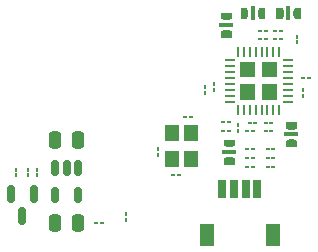
<source format=gbr>
%TF.GenerationSoftware,KiCad,Pcbnew,(6.0.5-0)*%
%TF.CreationDate,2025-05-14T10:57:03-04:00*%
%TF.ProjectId,SDTV2CSI,53445456-3243-4534-992e-6b696361645f,rev?*%
%TF.SameCoordinates,Original*%
%TF.FileFunction,Paste,Top*%
%TF.FilePolarity,Positive*%
%FSLAX46Y46*%
G04 Gerber Fmt 4.6, Leading zero omitted, Abs format (unit mm)*
G04 Created by KiCad (PCBNEW (6.0.5-0)) date 2025-05-14 10:57:03*
%MOMM*%
%LPD*%
G01*
G04 APERTURE LIST*
G04 Aperture macros list*
%AMRoundRect*
0 Rectangle with rounded corners*
0 $1 Rounding radius*
0 $2 $3 $4 $5 $6 $7 $8 $9 X,Y pos of 4 corners*
0 Add a 4 corners polygon primitive as box body*
4,1,4,$2,$3,$4,$5,$6,$7,$8,$9,$2,$3,0*
0 Add four circle primitives for the rounded corners*
1,1,$1+$1,$2,$3*
1,1,$1+$1,$4,$5*
1,1,$1+$1,$6,$7*
1,1,$1+$1,$8,$9*
0 Add four rect primitives between the rounded corners*
20,1,$1+$1,$2,$3,$4,$5,0*
20,1,$1+$1,$4,$5,$6,$7,0*
20,1,$1+$1,$6,$7,$8,$9,0*
20,1,$1+$1,$8,$9,$2,$3,0*%
G04 Aperture macros list end*
%ADD10C,0.010000*%
%ADD11RoundRect,0.062500X-0.075000X-0.062500X0.075000X-0.062500X0.075000X0.062500X-0.075000X0.062500X0*%
%ADD12RoundRect,0.062500X0.062500X-0.075000X0.062500X0.075000X-0.062500X0.075000X-0.062500X-0.075000X0*%
%ADD13RoundRect,0.062500X0.075000X0.062500X-0.075000X0.062500X-0.075000X-0.062500X0.075000X-0.062500X0*%
%ADD14RoundRect,0.250000X-0.250000X-0.475000X0.250000X-0.475000X0.250000X0.475000X-0.250000X0.475000X0*%
%ADD15R,0.300000X1.200000*%
%ADD16RoundRect,0.150000X-0.150000X0.512500X-0.150000X-0.512500X0.150000X-0.512500X0.150000X0.512500X0*%
%ADD17RoundRect,0.062500X-0.062500X0.075000X-0.062500X-0.075000X0.062500X-0.075000X0.062500X0.075000X0*%
%ADD18R,1.200000X0.300000*%
%ADD19R,0.660400X1.549400*%
%ADD20R,1.295400X1.905000*%
%ADD21R,0.254000X0.812800*%
%ADD22R,0.812800X0.254000*%
%ADD23RoundRect,0.150000X-0.150000X0.587500X-0.150000X-0.587500X0.150000X-0.587500X0.150000X0.587500X0*%
%ADD24R,1.200000X1.400000*%
G04 APERTURE END LIST*
%TO.C,F3*%
G36*
X73250000Y-53400000D02*
G01*
X72800000Y-53400000D01*
X72700000Y-53100000D01*
X72700000Y-52900000D01*
X72800000Y-52600000D01*
X73250000Y-52600000D01*
X73250000Y-53400000D01*
G37*
D10*
X73250000Y-53400000D02*
X72800000Y-53400000D01*
X72700000Y-53100000D01*
X72700000Y-52900000D01*
X72800000Y-52600000D01*
X73250000Y-52600000D01*
X73250000Y-53400000D01*
G36*
X71800000Y-52900000D02*
G01*
X71800000Y-53100000D01*
X71700000Y-53400000D01*
X71250000Y-53400000D01*
X71250000Y-52600000D01*
X71700000Y-52600000D01*
X71800000Y-52900000D01*
G37*
X71800000Y-52900000D02*
X71800000Y-53100000D01*
X71700000Y-53400000D01*
X71250000Y-53400000D01*
X71250000Y-52600000D01*
X71700000Y-52600000D01*
X71800000Y-52900000D01*
%TO.C,F2*%
G36*
X70400000Y-54550000D02*
G01*
X70400000Y-55000000D01*
X69600000Y-55000000D01*
X69600000Y-54550000D01*
X69900000Y-54450000D01*
X70100000Y-54450000D01*
X70400000Y-54550000D01*
G37*
X70400000Y-54550000D02*
X70400000Y-55000000D01*
X69600000Y-55000000D01*
X69600000Y-54550000D01*
X69900000Y-54450000D01*
X70100000Y-54450000D01*
X70400000Y-54550000D01*
G36*
X70400000Y-53450000D02*
G01*
X70100000Y-53550000D01*
X69900000Y-53550000D01*
X69600000Y-53450000D01*
X69600000Y-53000000D01*
X70400000Y-53000000D01*
X70400000Y-53450000D01*
G37*
X70400000Y-53450000D02*
X70100000Y-53550000D01*
X69900000Y-53550000D01*
X69600000Y-53450000D01*
X69600000Y-53000000D01*
X70400000Y-53000000D01*
X70400000Y-53450000D01*
%TO.C,F4*%
G36*
X70650000Y-65300000D02*
G01*
X70650000Y-65750000D01*
X69850000Y-65750000D01*
X69850000Y-65300000D01*
X70150000Y-65200000D01*
X70350000Y-65200000D01*
X70650000Y-65300000D01*
G37*
X70650000Y-65300000D02*
X70650000Y-65750000D01*
X69850000Y-65750000D01*
X69850000Y-65300000D01*
X70150000Y-65200000D01*
X70350000Y-65200000D01*
X70650000Y-65300000D01*
G36*
X70650000Y-64200000D02*
G01*
X70350000Y-64300000D01*
X70150000Y-64300000D01*
X69850000Y-64200000D01*
X69850000Y-63750000D01*
X70650000Y-63750000D01*
X70650000Y-64200000D01*
G37*
X70650000Y-64200000D02*
X70350000Y-64300000D01*
X70150000Y-64300000D01*
X69850000Y-64200000D01*
X69850000Y-63750000D01*
X70650000Y-63750000D01*
X70650000Y-64200000D01*
%TO.C,F1*%
G36*
X76250000Y-53400000D02*
G01*
X75800000Y-53400000D01*
X75700000Y-53100000D01*
X75700000Y-52900000D01*
X75800000Y-52600000D01*
X76250000Y-52600000D01*
X76250000Y-53400000D01*
G37*
X76250000Y-53400000D02*
X75800000Y-53400000D01*
X75700000Y-53100000D01*
X75700000Y-52900000D01*
X75800000Y-52600000D01*
X76250000Y-52600000D01*
X76250000Y-53400000D01*
G36*
X74800000Y-52900000D02*
G01*
X74800000Y-53100000D01*
X74700000Y-53400000D01*
X74250000Y-53400000D01*
X74250000Y-52600000D01*
X74700000Y-52600000D01*
X74800000Y-52900000D01*
G37*
X74800000Y-52900000D02*
X74800000Y-53100000D01*
X74700000Y-53400000D01*
X74250000Y-53400000D01*
X74250000Y-52600000D01*
X74700000Y-52600000D01*
X74800000Y-52900000D01*
%TO.C,U1*%
G36*
X72450000Y-60329600D02*
G01*
X71170400Y-60329600D01*
X71170400Y-59050000D01*
X72450000Y-59050000D01*
X72450000Y-60329600D01*
G37*
G36*
X74329600Y-60329600D02*
G01*
X73050000Y-60329600D01*
X73050000Y-59050000D01*
X74329600Y-59050000D01*
X74329600Y-60329600D01*
G37*
G36*
X72450000Y-58450000D02*
G01*
X71170400Y-58450000D01*
X71170400Y-57170400D01*
X72450000Y-57170400D01*
X72450000Y-58450000D01*
G37*
G36*
X74329600Y-58450000D02*
G01*
X73050000Y-58450000D01*
X73050000Y-57170400D01*
X74329600Y-57170400D01*
X74329600Y-58450000D01*
G37*
%TO.C,F5*%
G36*
X75900000Y-62700000D02*
G01*
X75600000Y-62800000D01*
X75400000Y-62800000D01*
X75100000Y-62700000D01*
X75100000Y-62250000D01*
X75900000Y-62250000D01*
X75900000Y-62700000D01*
G37*
X75900000Y-62700000D02*
X75600000Y-62800000D01*
X75400000Y-62800000D01*
X75100000Y-62700000D01*
X75100000Y-62250000D01*
X75900000Y-62250000D01*
X75900000Y-62700000D01*
G36*
X75900000Y-63800000D02*
G01*
X75900000Y-64250000D01*
X75100000Y-64250000D01*
X75100000Y-63800000D01*
X75400000Y-63700000D01*
X75600000Y-63700000D01*
X75900000Y-63800000D01*
G37*
X75900000Y-63800000D02*
X75900000Y-64250000D01*
X75100000Y-64250000D01*
X75100000Y-63800000D01*
X75400000Y-63700000D01*
X75600000Y-63700000D01*
X75900000Y-63800000D01*
%TD*%
D11*
%TO.C,C10*%
X73840000Y-63000000D03*
X73360000Y-63000000D03*
%TD*%
D12*
%TO.C,C17*%
X64200000Y-64990000D03*
X64200000Y-64510000D03*
%TD*%
D13*
%TO.C,C1*%
X74640000Y-55200000D03*
X74160000Y-55200000D03*
%TD*%
D11*
%TO.C,R2*%
X71760000Y-64500000D03*
X72240000Y-64500000D03*
%TD*%
%TO.C,R1*%
X71760000Y-65250000D03*
X72240000Y-65250000D03*
%TD*%
D13*
%TO.C,C6*%
X73340000Y-54500000D03*
X72860000Y-54500000D03*
%TD*%
D14*
%TO.C,C15*%
X55550000Y-70750000D03*
X57450000Y-70750000D03*
%TD*%
D15*
%TO.C,F3*%
X72250000Y-53000000D03*
%TD*%
D11*
%TO.C,C16*%
X65990000Y-66700000D03*
X65510000Y-66700000D03*
%TD*%
D16*
%TO.C,U2*%
X57450000Y-66112500D03*
X56500000Y-66112500D03*
X55550000Y-66112500D03*
X55550000Y-68387500D03*
X57450000Y-68387500D03*
%TD*%
D13*
%TO.C,R3*%
X73510000Y-65250000D03*
X73990000Y-65250000D03*
%TD*%
%TO.C,C13*%
X72010000Y-62300000D03*
X72490000Y-62300000D03*
%TD*%
D17*
%TO.C,R6*%
X76000000Y-55010000D03*
X76000000Y-55490000D03*
%TD*%
D14*
%TO.C,C14*%
X55550000Y-63750000D03*
X57450000Y-63750000D03*
%TD*%
D18*
%TO.C,F2*%
X70000000Y-54000000D03*
%TD*%
%TO.C,F4*%
X70250000Y-64750000D03*
%TD*%
D13*
%TO.C,D4*%
X73510000Y-66000000D03*
X73990000Y-66000000D03*
%TD*%
%TO.C,R7*%
X76990000Y-58500000D03*
X76510000Y-58500000D03*
%TD*%
D17*
%TO.C,C4*%
X68250000Y-59260000D03*
X68250000Y-59740000D03*
%TD*%
%TO.C,R5*%
X76500000Y-59990000D03*
X76500000Y-59510000D03*
%TD*%
D12*
%TO.C,R9*%
X53250000Y-66260000D03*
X53250000Y-66740000D03*
%TD*%
D13*
%TO.C,R4*%
X73510000Y-64500000D03*
X73990000Y-64500000D03*
%TD*%
D19*
%TO.C,J2*%
X69655750Y-67901500D03*
X70655751Y-67901500D03*
X71655749Y-67901500D03*
X72655750Y-67901500D03*
D20*
X73955749Y-71776501D03*
X68355751Y-71776501D03*
%TD*%
D15*
%TO.C,F1*%
X75250000Y-53000000D03*
%TD*%
D12*
%TO.C,C3*%
X69000000Y-59490000D03*
X69000000Y-59010000D03*
%TD*%
D17*
%TO.C,C11*%
X71000000Y-62510000D03*
X71000000Y-62990000D03*
%TD*%
D11*
%TO.C,C12*%
X72240000Y-63000000D03*
X71760000Y-63000000D03*
%TD*%
D21*
%TO.C,U1*%
X74499999Y-56298900D03*
X74000000Y-56298900D03*
X73500001Y-56298900D03*
X73000000Y-56298900D03*
X72500000Y-56298900D03*
X71999999Y-56298900D03*
X71500000Y-56298900D03*
X71000001Y-56298900D03*
D22*
X70298900Y-57000001D03*
X70298900Y-57500000D03*
X70298900Y-57999999D03*
X70298900Y-58500000D03*
X70298900Y-59000000D03*
X70298900Y-59500001D03*
X70298900Y-60000000D03*
X70298900Y-60499999D03*
D21*
X71000001Y-61201100D03*
X71500000Y-61201100D03*
X71999999Y-61201100D03*
X72500000Y-61201100D03*
X73000000Y-61201100D03*
X73500001Y-61201100D03*
X74000000Y-61201100D03*
X74499999Y-61201100D03*
D22*
X75201100Y-60499999D03*
X75201100Y-60000000D03*
X75201100Y-59500001D03*
X75201100Y-59000000D03*
X75201100Y-58500000D03*
X75201100Y-57999999D03*
X75201100Y-57500000D03*
X75201100Y-57000001D03*
%TD*%
D11*
%TO.C,D2*%
X59490000Y-70750000D03*
X59010000Y-70750000D03*
%TD*%
D18*
%TO.C,F5*%
X75500000Y-63250000D03*
%TD*%
D11*
%TO.C,C5*%
X73340000Y-55200000D03*
X72860000Y-55200000D03*
%TD*%
%TO.C,C2*%
X74160000Y-54500000D03*
X74640000Y-54500000D03*
%TD*%
D23*
%TO.C,D5*%
X53700000Y-68312500D03*
X51800000Y-68312500D03*
X52750000Y-70187500D03*
%TD*%
D11*
%TO.C,D3*%
X71760000Y-66000000D03*
X72240000Y-66000000D03*
%TD*%
D12*
%TO.C,R11*%
X52250000Y-66260000D03*
X52250000Y-66740000D03*
%TD*%
D13*
%TO.C,C9*%
X73360000Y-62300000D03*
X73840000Y-62300000D03*
%TD*%
D17*
%TO.C,D1*%
X61500000Y-70010000D03*
X61500000Y-70490000D03*
%TD*%
D12*
%TO.C,R10*%
X54000000Y-66740000D03*
X54000000Y-66260000D03*
%TD*%
D11*
%TO.C,C7*%
X69760000Y-62250000D03*
X70240000Y-62250000D03*
%TD*%
D13*
%TO.C,C8*%
X70240000Y-63000000D03*
X69760000Y-63000000D03*
%TD*%
D11*
%TO.C,R8*%
X66990000Y-61800000D03*
X66510000Y-61800000D03*
%TD*%
D24*
%TO.C,Y1*%
X67050000Y-65350000D03*
X67050000Y-63150000D03*
X65450000Y-63150000D03*
X65450000Y-65350000D03*
%TD*%
M02*

</source>
